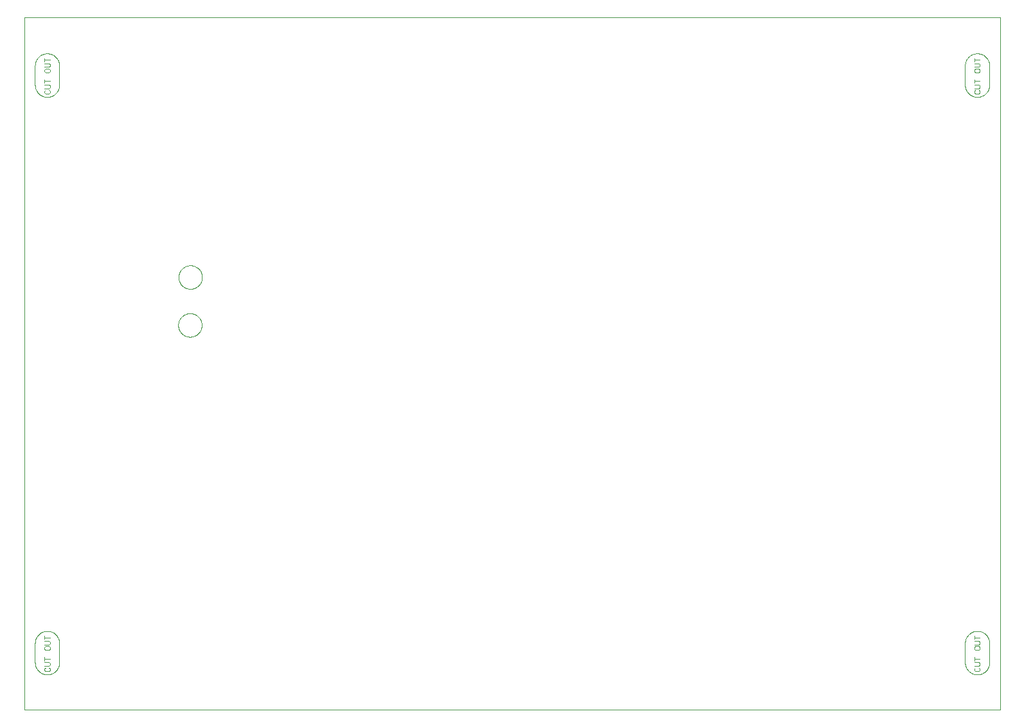
<source format=gtp>
G75*
%MOIN*%
%OFA0B0*%
%FSLAX25Y25*%
%IPPOS*%
%LPD*%
%AMOC8*
5,1,8,0,0,1.08239X$1,22.5*
%
%ADD10C,0.00000*%
%ADD11C,0.00010*%
%ADD12C,0.00200*%
D10*
X0001000Y0001600D02*
X0506906Y0001600D01*
X0506906Y0361049D01*
X0001000Y0361049D01*
X0001000Y0001600D01*
X0080784Y0201195D02*
X0080786Y0201351D01*
X0080792Y0201507D01*
X0080802Y0201662D01*
X0080816Y0201817D01*
X0080834Y0201972D01*
X0080856Y0202126D01*
X0080881Y0202280D01*
X0080911Y0202433D01*
X0080945Y0202585D01*
X0080982Y0202737D01*
X0081023Y0202887D01*
X0081068Y0203036D01*
X0081117Y0203184D01*
X0081170Y0203331D01*
X0081226Y0203476D01*
X0081286Y0203620D01*
X0081350Y0203762D01*
X0081418Y0203903D01*
X0081489Y0204041D01*
X0081563Y0204178D01*
X0081641Y0204313D01*
X0081722Y0204446D01*
X0081807Y0204577D01*
X0081895Y0204706D01*
X0081986Y0204832D01*
X0082081Y0204956D01*
X0082178Y0205077D01*
X0082279Y0205196D01*
X0082383Y0205313D01*
X0082489Y0205426D01*
X0082599Y0205537D01*
X0082711Y0205645D01*
X0082826Y0205750D01*
X0082944Y0205853D01*
X0083064Y0205952D01*
X0083187Y0206048D01*
X0083312Y0206141D01*
X0083439Y0206230D01*
X0083569Y0206317D01*
X0083701Y0206400D01*
X0083835Y0206479D01*
X0083971Y0206556D01*
X0084109Y0206628D01*
X0084248Y0206698D01*
X0084390Y0206763D01*
X0084533Y0206825D01*
X0084677Y0206883D01*
X0084823Y0206938D01*
X0084971Y0206989D01*
X0085119Y0207036D01*
X0085269Y0207079D01*
X0085420Y0207118D01*
X0085572Y0207154D01*
X0085724Y0207185D01*
X0085878Y0207213D01*
X0086032Y0207237D01*
X0086186Y0207257D01*
X0086341Y0207273D01*
X0086497Y0207285D01*
X0086652Y0207293D01*
X0086808Y0207297D01*
X0086964Y0207297D01*
X0087120Y0207293D01*
X0087275Y0207285D01*
X0087431Y0207273D01*
X0087586Y0207257D01*
X0087740Y0207237D01*
X0087894Y0207213D01*
X0088048Y0207185D01*
X0088200Y0207154D01*
X0088352Y0207118D01*
X0088503Y0207079D01*
X0088653Y0207036D01*
X0088801Y0206989D01*
X0088949Y0206938D01*
X0089095Y0206883D01*
X0089239Y0206825D01*
X0089382Y0206763D01*
X0089524Y0206698D01*
X0089663Y0206628D01*
X0089801Y0206556D01*
X0089937Y0206479D01*
X0090071Y0206400D01*
X0090203Y0206317D01*
X0090333Y0206230D01*
X0090460Y0206141D01*
X0090585Y0206048D01*
X0090708Y0205952D01*
X0090828Y0205853D01*
X0090946Y0205750D01*
X0091061Y0205645D01*
X0091173Y0205537D01*
X0091283Y0205426D01*
X0091389Y0205313D01*
X0091493Y0205196D01*
X0091594Y0205077D01*
X0091691Y0204956D01*
X0091786Y0204832D01*
X0091877Y0204706D01*
X0091965Y0204577D01*
X0092050Y0204446D01*
X0092131Y0204313D01*
X0092209Y0204178D01*
X0092283Y0204041D01*
X0092354Y0203903D01*
X0092422Y0203762D01*
X0092486Y0203620D01*
X0092546Y0203476D01*
X0092602Y0203331D01*
X0092655Y0203184D01*
X0092704Y0203036D01*
X0092749Y0202887D01*
X0092790Y0202737D01*
X0092827Y0202585D01*
X0092861Y0202433D01*
X0092891Y0202280D01*
X0092916Y0202126D01*
X0092938Y0201972D01*
X0092956Y0201817D01*
X0092970Y0201662D01*
X0092980Y0201507D01*
X0092986Y0201351D01*
X0092988Y0201195D01*
X0092986Y0201039D01*
X0092980Y0200883D01*
X0092970Y0200728D01*
X0092956Y0200573D01*
X0092938Y0200418D01*
X0092916Y0200264D01*
X0092891Y0200110D01*
X0092861Y0199957D01*
X0092827Y0199805D01*
X0092790Y0199653D01*
X0092749Y0199503D01*
X0092704Y0199354D01*
X0092655Y0199206D01*
X0092602Y0199059D01*
X0092546Y0198914D01*
X0092486Y0198770D01*
X0092422Y0198628D01*
X0092354Y0198487D01*
X0092283Y0198349D01*
X0092209Y0198212D01*
X0092131Y0198077D01*
X0092050Y0197944D01*
X0091965Y0197813D01*
X0091877Y0197684D01*
X0091786Y0197558D01*
X0091691Y0197434D01*
X0091594Y0197313D01*
X0091493Y0197194D01*
X0091389Y0197077D01*
X0091283Y0196964D01*
X0091173Y0196853D01*
X0091061Y0196745D01*
X0090946Y0196640D01*
X0090828Y0196537D01*
X0090708Y0196438D01*
X0090585Y0196342D01*
X0090460Y0196249D01*
X0090333Y0196160D01*
X0090203Y0196073D01*
X0090071Y0195990D01*
X0089937Y0195911D01*
X0089801Y0195834D01*
X0089663Y0195762D01*
X0089524Y0195692D01*
X0089382Y0195627D01*
X0089239Y0195565D01*
X0089095Y0195507D01*
X0088949Y0195452D01*
X0088801Y0195401D01*
X0088653Y0195354D01*
X0088503Y0195311D01*
X0088352Y0195272D01*
X0088200Y0195236D01*
X0088048Y0195205D01*
X0087894Y0195177D01*
X0087740Y0195153D01*
X0087586Y0195133D01*
X0087431Y0195117D01*
X0087275Y0195105D01*
X0087120Y0195097D01*
X0086964Y0195093D01*
X0086808Y0195093D01*
X0086652Y0195097D01*
X0086497Y0195105D01*
X0086341Y0195117D01*
X0086186Y0195133D01*
X0086032Y0195153D01*
X0085878Y0195177D01*
X0085724Y0195205D01*
X0085572Y0195236D01*
X0085420Y0195272D01*
X0085269Y0195311D01*
X0085119Y0195354D01*
X0084971Y0195401D01*
X0084823Y0195452D01*
X0084677Y0195507D01*
X0084533Y0195565D01*
X0084390Y0195627D01*
X0084248Y0195692D01*
X0084109Y0195762D01*
X0083971Y0195834D01*
X0083835Y0195911D01*
X0083701Y0195990D01*
X0083569Y0196073D01*
X0083439Y0196160D01*
X0083312Y0196249D01*
X0083187Y0196342D01*
X0083064Y0196438D01*
X0082944Y0196537D01*
X0082826Y0196640D01*
X0082711Y0196745D01*
X0082599Y0196853D01*
X0082489Y0196964D01*
X0082383Y0197077D01*
X0082279Y0197194D01*
X0082178Y0197313D01*
X0082081Y0197434D01*
X0081986Y0197558D01*
X0081895Y0197684D01*
X0081807Y0197813D01*
X0081722Y0197944D01*
X0081641Y0198077D01*
X0081563Y0198212D01*
X0081489Y0198349D01*
X0081418Y0198487D01*
X0081350Y0198628D01*
X0081286Y0198770D01*
X0081226Y0198914D01*
X0081170Y0199059D01*
X0081117Y0199206D01*
X0081068Y0199354D01*
X0081023Y0199503D01*
X0080982Y0199653D01*
X0080945Y0199805D01*
X0080911Y0199957D01*
X0080881Y0200110D01*
X0080856Y0200264D01*
X0080834Y0200418D01*
X0080816Y0200573D01*
X0080802Y0200728D01*
X0080792Y0200883D01*
X0080786Y0201039D01*
X0080784Y0201195D01*
X0080954Y0226075D02*
X0080956Y0226231D01*
X0080962Y0226387D01*
X0080972Y0226542D01*
X0080986Y0226697D01*
X0081004Y0226852D01*
X0081026Y0227006D01*
X0081051Y0227160D01*
X0081081Y0227313D01*
X0081115Y0227465D01*
X0081152Y0227617D01*
X0081193Y0227767D01*
X0081238Y0227916D01*
X0081287Y0228064D01*
X0081340Y0228211D01*
X0081396Y0228356D01*
X0081456Y0228500D01*
X0081520Y0228642D01*
X0081588Y0228783D01*
X0081659Y0228921D01*
X0081733Y0229058D01*
X0081811Y0229193D01*
X0081892Y0229326D01*
X0081977Y0229457D01*
X0082065Y0229586D01*
X0082156Y0229712D01*
X0082251Y0229836D01*
X0082348Y0229957D01*
X0082449Y0230076D01*
X0082553Y0230193D01*
X0082659Y0230306D01*
X0082769Y0230417D01*
X0082881Y0230525D01*
X0082996Y0230630D01*
X0083114Y0230733D01*
X0083234Y0230832D01*
X0083357Y0230928D01*
X0083482Y0231021D01*
X0083609Y0231110D01*
X0083739Y0231197D01*
X0083871Y0231280D01*
X0084005Y0231359D01*
X0084141Y0231436D01*
X0084279Y0231508D01*
X0084418Y0231578D01*
X0084560Y0231643D01*
X0084703Y0231705D01*
X0084847Y0231763D01*
X0084993Y0231818D01*
X0085141Y0231869D01*
X0085289Y0231916D01*
X0085439Y0231959D01*
X0085590Y0231998D01*
X0085742Y0232034D01*
X0085894Y0232065D01*
X0086048Y0232093D01*
X0086202Y0232117D01*
X0086356Y0232137D01*
X0086511Y0232153D01*
X0086667Y0232165D01*
X0086822Y0232173D01*
X0086978Y0232177D01*
X0087134Y0232177D01*
X0087290Y0232173D01*
X0087445Y0232165D01*
X0087601Y0232153D01*
X0087756Y0232137D01*
X0087910Y0232117D01*
X0088064Y0232093D01*
X0088218Y0232065D01*
X0088370Y0232034D01*
X0088522Y0231998D01*
X0088673Y0231959D01*
X0088823Y0231916D01*
X0088971Y0231869D01*
X0089119Y0231818D01*
X0089265Y0231763D01*
X0089409Y0231705D01*
X0089552Y0231643D01*
X0089694Y0231578D01*
X0089833Y0231508D01*
X0089971Y0231436D01*
X0090107Y0231359D01*
X0090241Y0231280D01*
X0090373Y0231197D01*
X0090503Y0231110D01*
X0090630Y0231021D01*
X0090755Y0230928D01*
X0090878Y0230832D01*
X0090998Y0230733D01*
X0091116Y0230630D01*
X0091231Y0230525D01*
X0091343Y0230417D01*
X0091453Y0230306D01*
X0091559Y0230193D01*
X0091663Y0230076D01*
X0091764Y0229957D01*
X0091861Y0229836D01*
X0091956Y0229712D01*
X0092047Y0229586D01*
X0092135Y0229457D01*
X0092220Y0229326D01*
X0092301Y0229193D01*
X0092379Y0229058D01*
X0092453Y0228921D01*
X0092524Y0228783D01*
X0092592Y0228642D01*
X0092656Y0228500D01*
X0092716Y0228356D01*
X0092772Y0228211D01*
X0092825Y0228064D01*
X0092874Y0227916D01*
X0092919Y0227767D01*
X0092960Y0227617D01*
X0092997Y0227465D01*
X0093031Y0227313D01*
X0093061Y0227160D01*
X0093086Y0227006D01*
X0093108Y0226852D01*
X0093126Y0226697D01*
X0093140Y0226542D01*
X0093150Y0226387D01*
X0093156Y0226231D01*
X0093158Y0226075D01*
X0093156Y0225919D01*
X0093150Y0225763D01*
X0093140Y0225608D01*
X0093126Y0225453D01*
X0093108Y0225298D01*
X0093086Y0225144D01*
X0093061Y0224990D01*
X0093031Y0224837D01*
X0092997Y0224685D01*
X0092960Y0224533D01*
X0092919Y0224383D01*
X0092874Y0224234D01*
X0092825Y0224086D01*
X0092772Y0223939D01*
X0092716Y0223794D01*
X0092656Y0223650D01*
X0092592Y0223508D01*
X0092524Y0223367D01*
X0092453Y0223229D01*
X0092379Y0223092D01*
X0092301Y0222957D01*
X0092220Y0222824D01*
X0092135Y0222693D01*
X0092047Y0222564D01*
X0091956Y0222438D01*
X0091861Y0222314D01*
X0091764Y0222193D01*
X0091663Y0222074D01*
X0091559Y0221957D01*
X0091453Y0221844D01*
X0091343Y0221733D01*
X0091231Y0221625D01*
X0091116Y0221520D01*
X0090998Y0221417D01*
X0090878Y0221318D01*
X0090755Y0221222D01*
X0090630Y0221129D01*
X0090503Y0221040D01*
X0090373Y0220953D01*
X0090241Y0220870D01*
X0090107Y0220791D01*
X0089971Y0220714D01*
X0089833Y0220642D01*
X0089694Y0220572D01*
X0089552Y0220507D01*
X0089409Y0220445D01*
X0089265Y0220387D01*
X0089119Y0220332D01*
X0088971Y0220281D01*
X0088823Y0220234D01*
X0088673Y0220191D01*
X0088522Y0220152D01*
X0088370Y0220116D01*
X0088218Y0220085D01*
X0088064Y0220057D01*
X0087910Y0220033D01*
X0087756Y0220013D01*
X0087601Y0219997D01*
X0087445Y0219985D01*
X0087290Y0219977D01*
X0087134Y0219973D01*
X0086978Y0219973D01*
X0086822Y0219977D01*
X0086667Y0219985D01*
X0086511Y0219997D01*
X0086356Y0220013D01*
X0086202Y0220033D01*
X0086048Y0220057D01*
X0085894Y0220085D01*
X0085742Y0220116D01*
X0085590Y0220152D01*
X0085439Y0220191D01*
X0085289Y0220234D01*
X0085141Y0220281D01*
X0084993Y0220332D01*
X0084847Y0220387D01*
X0084703Y0220445D01*
X0084560Y0220507D01*
X0084418Y0220572D01*
X0084279Y0220642D01*
X0084141Y0220714D01*
X0084005Y0220791D01*
X0083871Y0220870D01*
X0083739Y0220953D01*
X0083609Y0221040D01*
X0083482Y0221129D01*
X0083357Y0221222D01*
X0083234Y0221318D01*
X0083114Y0221417D01*
X0082996Y0221520D01*
X0082881Y0221625D01*
X0082769Y0221733D01*
X0082659Y0221844D01*
X0082553Y0221957D01*
X0082449Y0222074D01*
X0082348Y0222193D01*
X0082251Y0222314D01*
X0082156Y0222438D01*
X0082065Y0222564D01*
X0081977Y0222693D01*
X0081892Y0222824D01*
X0081811Y0222957D01*
X0081733Y0223092D01*
X0081659Y0223229D01*
X0081588Y0223367D01*
X0081520Y0223508D01*
X0081456Y0223650D01*
X0081396Y0223794D01*
X0081340Y0223939D01*
X0081287Y0224086D01*
X0081238Y0224234D01*
X0081193Y0224383D01*
X0081152Y0224533D01*
X0081115Y0224685D01*
X0081081Y0224837D01*
X0081051Y0224990D01*
X0081026Y0225144D01*
X0081004Y0225298D01*
X0080986Y0225453D01*
X0080972Y0225608D01*
X0080962Y0225763D01*
X0080956Y0225919D01*
X0080954Y0226075D01*
D11*
X0019110Y0325891D02*
X0019110Y0335891D01*
X0019108Y0336049D01*
X0019102Y0336207D01*
X0019092Y0336365D01*
X0019078Y0336523D01*
X0019060Y0336680D01*
X0019039Y0336837D01*
X0019013Y0336993D01*
X0018983Y0337149D01*
X0018950Y0337304D01*
X0018912Y0337457D01*
X0018871Y0337610D01*
X0018826Y0337762D01*
X0018777Y0337913D01*
X0018724Y0338062D01*
X0018668Y0338210D01*
X0018608Y0338356D01*
X0018544Y0338501D01*
X0018476Y0338644D01*
X0018405Y0338786D01*
X0018331Y0338926D01*
X0018253Y0339063D01*
X0018171Y0339199D01*
X0018087Y0339333D01*
X0017998Y0339464D01*
X0017907Y0339593D01*
X0017812Y0339720D01*
X0017715Y0339845D01*
X0017614Y0339967D01*
X0017510Y0340086D01*
X0017403Y0340203D01*
X0017293Y0340317D01*
X0017180Y0340428D01*
X0017065Y0340537D01*
X0016947Y0340642D01*
X0016826Y0340744D01*
X0016703Y0340844D01*
X0016577Y0340940D01*
X0016449Y0341033D01*
X0016319Y0341123D01*
X0016186Y0341209D01*
X0016051Y0341293D01*
X0015915Y0341372D01*
X0015776Y0341449D01*
X0015635Y0341521D01*
X0015493Y0341591D01*
X0015349Y0341656D01*
X0015203Y0341718D01*
X0015056Y0341776D01*
X0014907Y0341831D01*
X0014757Y0341882D01*
X0014606Y0341929D01*
X0014454Y0341972D01*
X0014301Y0342011D01*
X0014146Y0342047D01*
X0013991Y0342078D01*
X0013835Y0342106D01*
X0013679Y0342130D01*
X0013522Y0342150D01*
X0013364Y0342166D01*
X0013207Y0342178D01*
X0013048Y0342186D01*
X0012890Y0342190D01*
X0012732Y0342190D01*
X0012574Y0342186D01*
X0012415Y0342178D01*
X0012258Y0342166D01*
X0012100Y0342150D01*
X0011943Y0342130D01*
X0011787Y0342106D01*
X0011631Y0342078D01*
X0011476Y0342047D01*
X0011321Y0342011D01*
X0011168Y0341972D01*
X0011016Y0341929D01*
X0010865Y0341882D01*
X0010715Y0341831D01*
X0010566Y0341776D01*
X0010419Y0341718D01*
X0010273Y0341656D01*
X0010129Y0341591D01*
X0009987Y0341521D01*
X0009846Y0341449D01*
X0009707Y0341372D01*
X0009571Y0341293D01*
X0009436Y0341209D01*
X0009303Y0341123D01*
X0009173Y0341033D01*
X0009045Y0340940D01*
X0008919Y0340844D01*
X0008796Y0340744D01*
X0008675Y0340642D01*
X0008557Y0340537D01*
X0008442Y0340428D01*
X0008329Y0340317D01*
X0008219Y0340203D01*
X0008112Y0340086D01*
X0008008Y0339967D01*
X0007907Y0339845D01*
X0007810Y0339720D01*
X0007715Y0339593D01*
X0007624Y0339464D01*
X0007535Y0339333D01*
X0007451Y0339199D01*
X0007369Y0339063D01*
X0007291Y0338926D01*
X0007217Y0338786D01*
X0007146Y0338644D01*
X0007078Y0338501D01*
X0007014Y0338356D01*
X0006954Y0338210D01*
X0006898Y0338062D01*
X0006845Y0337913D01*
X0006796Y0337762D01*
X0006751Y0337610D01*
X0006710Y0337457D01*
X0006672Y0337304D01*
X0006639Y0337149D01*
X0006609Y0336993D01*
X0006583Y0336837D01*
X0006562Y0336680D01*
X0006544Y0336523D01*
X0006530Y0336365D01*
X0006520Y0336207D01*
X0006514Y0336049D01*
X0006512Y0335891D01*
X0006512Y0325891D01*
X0006514Y0325733D01*
X0006520Y0325575D01*
X0006530Y0325417D01*
X0006544Y0325259D01*
X0006562Y0325102D01*
X0006583Y0324945D01*
X0006609Y0324789D01*
X0006639Y0324633D01*
X0006672Y0324478D01*
X0006710Y0324325D01*
X0006751Y0324172D01*
X0006796Y0324020D01*
X0006845Y0323869D01*
X0006898Y0323720D01*
X0006954Y0323572D01*
X0007014Y0323426D01*
X0007078Y0323281D01*
X0007146Y0323138D01*
X0007217Y0322996D01*
X0007291Y0322856D01*
X0007369Y0322719D01*
X0007451Y0322583D01*
X0007535Y0322449D01*
X0007624Y0322318D01*
X0007715Y0322189D01*
X0007810Y0322062D01*
X0007907Y0321937D01*
X0008008Y0321815D01*
X0008112Y0321696D01*
X0008219Y0321579D01*
X0008329Y0321465D01*
X0008442Y0321354D01*
X0008557Y0321245D01*
X0008675Y0321140D01*
X0008796Y0321038D01*
X0008919Y0320938D01*
X0009045Y0320842D01*
X0009173Y0320749D01*
X0009303Y0320659D01*
X0009436Y0320573D01*
X0009571Y0320489D01*
X0009707Y0320410D01*
X0009846Y0320333D01*
X0009987Y0320261D01*
X0010129Y0320191D01*
X0010273Y0320126D01*
X0010419Y0320064D01*
X0010566Y0320006D01*
X0010715Y0319951D01*
X0010865Y0319900D01*
X0011016Y0319853D01*
X0011168Y0319810D01*
X0011321Y0319771D01*
X0011476Y0319735D01*
X0011631Y0319704D01*
X0011787Y0319676D01*
X0011943Y0319652D01*
X0012100Y0319632D01*
X0012258Y0319616D01*
X0012415Y0319604D01*
X0012574Y0319596D01*
X0012732Y0319592D01*
X0012890Y0319592D01*
X0013048Y0319596D01*
X0013207Y0319604D01*
X0013364Y0319616D01*
X0013522Y0319632D01*
X0013679Y0319652D01*
X0013835Y0319676D01*
X0013991Y0319704D01*
X0014146Y0319735D01*
X0014301Y0319771D01*
X0014454Y0319810D01*
X0014606Y0319853D01*
X0014757Y0319900D01*
X0014907Y0319951D01*
X0015056Y0320006D01*
X0015203Y0320064D01*
X0015349Y0320126D01*
X0015493Y0320191D01*
X0015635Y0320261D01*
X0015776Y0320333D01*
X0015915Y0320410D01*
X0016051Y0320489D01*
X0016186Y0320573D01*
X0016319Y0320659D01*
X0016449Y0320749D01*
X0016577Y0320842D01*
X0016703Y0320938D01*
X0016826Y0321038D01*
X0016947Y0321140D01*
X0017065Y0321245D01*
X0017180Y0321354D01*
X0017293Y0321465D01*
X0017403Y0321579D01*
X0017510Y0321696D01*
X0017614Y0321815D01*
X0017715Y0321937D01*
X0017812Y0322062D01*
X0017907Y0322189D01*
X0017998Y0322318D01*
X0018087Y0322449D01*
X0018171Y0322583D01*
X0018253Y0322719D01*
X0018331Y0322856D01*
X0018405Y0322996D01*
X0018476Y0323138D01*
X0018544Y0323281D01*
X0018608Y0323426D01*
X0018668Y0323572D01*
X0018724Y0323720D01*
X0018777Y0323869D01*
X0018826Y0324020D01*
X0018871Y0324172D01*
X0018912Y0324325D01*
X0018950Y0324478D01*
X0018983Y0324633D01*
X0019013Y0324789D01*
X0019039Y0324945D01*
X0019060Y0325102D01*
X0019078Y0325259D01*
X0019092Y0325417D01*
X0019102Y0325575D01*
X0019108Y0325733D01*
X0019110Y0325891D01*
X0019110Y0036128D02*
X0019110Y0026128D01*
X0019108Y0025970D01*
X0019102Y0025812D01*
X0019092Y0025654D01*
X0019078Y0025496D01*
X0019060Y0025339D01*
X0019039Y0025182D01*
X0019013Y0025026D01*
X0018983Y0024870D01*
X0018950Y0024715D01*
X0018912Y0024562D01*
X0018871Y0024409D01*
X0018826Y0024257D01*
X0018777Y0024106D01*
X0018724Y0023957D01*
X0018668Y0023809D01*
X0018608Y0023663D01*
X0018544Y0023518D01*
X0018476Y0023375D01*
X0018405Y0023233D01*
X0018331Y0023093D01*
X0018253Y0022956D01*
X0018171Y0022820D01*
X0018087Y0022686D01*
X0017998Y0022555D01*
X0017907Y0022426D01*
X0017812Y0022299D01*
X0017715Y0022174D01*
X0017614Y0022052D01*
X0017510Y0021933D01*
X0017403Y0021816D01*
X0017293Y0021702D01*
X0017180Y0021591D01*
X0017065Y0021482D01*
X0016947Y0021377D01*
X0016826Y0021275D01*
X0016703Y0021175D01*
X0016577Y0021079D01*
X0016449Y0020986D01*
X0016319Y0020896D01*
X0016186Y0020810D01*
X0016051Y0020726D01*
X0015915Y0020647D01*
X0015776Y0020570D01*
X0015635Y0020498D01*
X0015493Y0020428D01*
X0015349Y0020363D01*
X0015203Y0020301D01*
X0015056Y0020243D01*
X0014907Y0020188D01*
X0014757Y0020137D01*
X0014606Y0020090D01*
X0014454Y0020047D01*
X0014301Y0020008D01*
X0014146Y0019972D01*
X0013991Y0019941D01*
X0013835Y0019913D01*
X0013679Y0019889D01*
X0013522Y0019869D01*
X0013364Y0019853D01*
X0013207Y0019841D01*
X0013048Y0019833D01*
X0012890Y0019829D01*
X0012732Y0019829D01*
X0012574Y0019833D01*
X0012415Y0019841D01*
X0012258Y0019853D01*
X0012100Y0019869D01*
X0011943Y0019889D01*
X0011787Y0019913D01*
X0011631Y0019941D01*
X0011476Y0019972D01*
X0011321Y0020008D01*
X0011168Y0020047D01*
X0011016Y0020090D01*
X0010865Y0020137D01*
X0010715Y0020188D01*
X0010566Y0020243D01*
X0010419Y0020301D01*
X0010273Y0020363D01*
X0010129Y0020428D01*
X0009987Y0020498D01*
X0009846Y0020570D01*
X0009707Y0020647D01*
X0009571Y0020726D01*
X0009436Y0020810D01*
X0009303Y0020896D01*
X0009173Y0020986D01*
X0009045Y0021079D01*
X0008919Y0021175D01*
X0008796Y0021275D01*
X0008675Y0021377D01*
X0008557Y0021482D01*
X0008442Y0021591D01*
X0008329Y0021702D01*
X0008219Y0021816D01*
X0008112Y0021933D01*
X0008008Y0022052D01*
X0007907Y0022174D01*
X0007810Y0022299D01*
X0007715Y0022426D01*
X0007624Y0022555D01*
X0007535Y0022686D01*
X0007451Y0022820D01*
X0007369Y0022956D01*
X0007291Y0023093D01*
X0007217Y0023233D01*
X0007146Y0023375D01*
X0007078Y0023518D01*
X0007014Y0023663D01*
X0006954Y0023809D01*
X0006898Y0023957D01*
X0006845Y0024106D01*
X0006796Y0024257D01*
X0006751Y0024409D01*
X0006710Y0024562D01*
X0006672Y0024715D01*
X0006639Y0024870D01*
X0006609Y0025026D01*
X0006583Y0025182D01*
X0006562Y0025339D01*
X0006544Y0025496D01*
X0006530Y0025654D01*
X0006520Y0025812D01*
X0006514Y0025970D01*
X0006512Y0026128D01*
X0006512Y0036128D01*
X0006514Y0036286D01*
X0006520Y0036444D01*
X0006530Y0036602D01*
X0006544Y0036760D01*
X0006562Y0036917D01*
X0006583Y0037074D01*
X0006609Y0037230D01*
X0006639Y0037386D01*
X0006672Y0037541D01*
X0006710Y0037694D01*
X0006751Y0037847D01*
X0006796Y0037999D01*
X0006845Y0038150D01*
X0006898Y0038299D01*
X0006954Y0038447D01*
X0007014Y0038593D01*
X0007078Y0038738D01*
X0007146Y0038881D01*
X0007217Y0039023D01*
X0007291Y0039163D01*
X0007369Y0039300D01*
X0007451Y0039436D01*
X0007535Y0039570D01*
X0007624Y0039701D01*
X0007715Y0039830D01*
X0007810Y0039957D01*
X0007907Y0040082D01*
X0008008Y0040204D01*
X0008112Y0040323D01*
X0008219Y0040440D01*
X0008329Y0040554D01*
X0008442Y0040665D01*
X0008557Y0040774D01*
X0008675Y0040879D01*
X0008796Y0040981D01*
X0008919Y0041081D01*
X0009045Y0041177D01*
X0009173Y0041270D01*
X0009303Y0041360D01*
X0009436Y0041446D01*
X0009571Y0041530D01*
X0009707Y0041609D01*
X0009846Y0041686D01*
X0009987Y0041758D01*
X0010129Y0041828D01*
X0010273Y0041893D01*
X0010419Y0041955D01*
X0010566Y0042013D01*
X0010715Y0042068D01*
X0010865Y0042119D01*
X0011016Y0042166D01*
X0011168Y0042209D01*
X0011321Y0042248D01*
X0011476Y0042284D01*
X0011631Y0042315D01*
X0011787Y0042343D01*
X0011943Y0042367D01*
X0012100Y0042387D01*
X0012258Y0042403D01*
X0012415Y0042415D01*
X0012574Y0042423D01*
X0012732Y0042427D01*
X0012890Y0042427D01*
X0013048Y0042423D01*
X0013207Y0042415D01*
X0013364Y0042403D01*
X0013522Y0042387D01*
X0013679Y0042367D01*
X0013835Y0042343D01*
X0013991Y0042315D01*
X0014146Y0042284D01*
X0014301Y0042248D01*
X0014454Y0042209D01*
X0014606Y0042166D01*
X0014757Y0042119D01*
X0014907Y0042068D01*
X0015056Y0042013D01*
X0015203Y0041955D01*
X0015349Y0041893D01*
X0015493Y0041828D01*
X0015635Y0041758D01*
X0015776Y0041686D01*
X0015915Y0041609D01*
X0016051Y0041530D01*
X0016186Y0041446D01*
X0016319Y0041360D01*
X0016449Y0041270D01*
X0016577Y0041177D01*
X0016703Y0041081D01*
X0016826Y0040981D01*
X0016947Y0040879D01*
X0017065Y0040774D01*
X0017180Y0040665D01*
X0017293Y0040554D01*
X0017403Y0040440D01*
X0017510Y0040323D01*
X0017614Y0040204D01*
X0017715Y0040082D01*
X0017812Y0039957D01*
X0017907Y0039830D01*
X0017998Y0039701D01*
X0018087Y0039570D01*
X0018171Y0039436D01*
X0018253Y0039300D01*
X0018331Y0039163D01*
X0018405Y0039023D01*
X0018476Y0038881D01*
X0018544Y0038738D01*
X0018608Y0038593D01*
X0018668Y0038447D01*
X0018724Y0038299D01*
X0018777Y0038150D01*
X0018826Y0037999D01*
X0018871Y0037847D01*
X0018912Y0037694D01*
X0018950Y0037541D01*
X0018983Y0037386D01*
X0019013Y0037230D01*
X0019039Y0037074D01*
X0019060Y0036917D01*
X0019078Y0036760D01*
X0019092Y0036602D01*
X0019102Y0036444D01*
X0019108Y0036286D01*
X0019110Y0036128D01*
X0488795Y0036128D02*
X0488795Y0026128D01*
X0488797Y0025970D01*
X0488803Y0025812D01*
X0488813Y0025654D01*
X0488827Y0025496D01*
X0488845Y0025339D01*
X0488866Y0025182D01*
X0488892Y0025026D01*
X0488922Y0024870D01*
X0488955Y0024715D01*
X0488993Y0024562D01*
X0489034Y0024409D01*
X0489079Y0024257D01*
X0489128Y0024106D01*
X0489181Y0023957D01*
X0489237Y0023809D01*
X0489297Y0023663D01*
X0489361Y0023518D01*
X0489429Y0023375D01*
X0489500Y0023233D01*
X0489574Y0023093D01*
X0489652Y0022956D01*
X0489734Y0022820D01*
X0489818Y0022686D01*
X0489907Y0022555D01*
X0489998Y0022426D01*
X0490093Y0022299D01*
X0490190Y0022174D01*
X0490291Y0022052D01*
X0490395Y0021933D01*
X0490502Y0021816D01*
X0490612Y0021702D01*
X0490725Y0021591D01*
X0490840Y0021482D01*
X0490958Y0021377D01*
X0491079Y0021275D01*
X0491202Y0021175D01*
X0491328Y0021079D01*
X0491456Y0020986D01*
X0491586Y0020896D01*
X0491719Y0020810D01*
X0491854Y0020726D01*
X0491990Y0020647D01*
X0492129Y0020570D01*
X0492270Y0020498D01*
X0492412Y0020428D01*
X0492556Y0020363D01*
X0492702Y0020301D01*
X0492849Y0020243D01*
X0492998Y0020188D01*
X0493148Y0020137D01*
X0493299Y0020090D01*
X0493451Y0020047D01*
X0493604Y0020008D01*
X0493759Y0019972D01*
X0493914Y0019941D01*
X0494070Y0019913D01*
X0494226Y0019889D01*
X0494383Y0019869D01*
X0494541Y0019853D01*
X0494698Y0019841D01*
X0494857Y0019833D01*
X0495015Y0019829D01*
X0495173Y0019829D01*
X0495331Y0019833D01*
X0495490Y0019841D01*
X0495647Y0019853D01*
X0495805Y0019869D01*
X0495962Y0019889D01*
X0496118Y0019913D01*
X0496274Y0019941D01*
X0496429Y0019972D01*
X0496584Y0020008D01*
X0496737Y0020047D01*
X0496889Y0020090D01*
X0497040Y0020137D01*
X0497190Y0020188D01*
X0497339Y0020243D01*
X0497486Y0020301D01*
X0497632Y0020363D01*
X0497776Y0020428D01*
X0497918Y0020498D01*
X0498059Y0020570D01*
X0498198Y0020647D01*
X0498334Y0020726D01*
X0498469Y0020810D01*
X0498602Y0020896D01*
X0498732Y0020986D01*
X0498860Y0021079D01*
X0498986Y0021175D01*
X0499109Y0021275D01*
X0499230Y0021377D01*
X0499348Y0021482D01*
X0499463Y0021591D01*
X0499576Y0021702D01*
X0499686Y0021816D01*
X0499793Y0021933D01*
X0499897Y0022052D01*
X0499998Y0022174D01*
X0500095Y0022299D01*
X0500190Y0022426D01*
X0500281Y0022555D01*
X0500370Y0022686D01*
X0500454Y0022820D01*
X0500536Y0022956D01*
X0500614Y0023093D01*
X0500688Y0023233D01*
X0500759Y0023375D01*
X0500827Y0023518D01*
X0500891Y0023663D01*
X0500951Y0023809D01*
X0501007Y0023957D01*
X0501060Y0024106D01*
X0501109Y0024257D01*
X0501154Y0024409D01*
X0501195Y0024562D01*
X0501233Y0024715D01*
X0501266Y0024870D01*
X0501296Y0025026D01*
X0501322Y0025182D01*
X0501343Y0025339D01*
X0501361Y0025496D01*
X0501375Y0025654D01*
X0501385Y0025812D01*
X0501391Y0025970D01*
X0501393Y0026128D01*
X0501394Y0026128D02*
X0501394Y0036128D01*
X0501393Y0036128D02*
X0501391Y0036286D01*
X0501385Y0036444D01*
X0501375Y0036602D01*
X0501361Y0036760D01*
X0501343Y0036917D01*
X0501322Y0037074D01*
X0501296Y0037230D01*
X0501266Y0037386D01*
X0501233Y0037541D01*
X0501195Y0037694D01*
X0501154Y0037847D01*
X0501109Y0037999D01*
X0501060Y0038150D01*
X0501007Y0038299D01*
X0500951Y0038447D01*
X0500891Y0038593D01*
X0500827Y0038738D01*
X0500759Y0038881D01*
X0500688Y0039023D01*
X0500614Y0039163D01*
X0500536Y0039300D01*
X0500454Y0039436D01*
X0500370Y0039570D01*
X0500281Y0039701D01*
X0500190Y0039830D01*
X0500095Y0039957D01*
X0499998Y0040082D01*
X0499897Y0040204D01*
X0499793Y0040323D01*
X0499686Y0040440D01*
X0499576Y0040554D01*
X0499463Y0040665D01*
X0499348Y0040774D01*
X0499230Y0040879D01*
X0499109Y0040981D01*
X0498986Y0041081D01*
X0498860Y0041177D01*
X0498732Y0041270D01*
X0498602Y0041360D01*
X0498469Y0041446D01*
X0498334Y0041530D01*
X0498198Y0041609D01*
X0498059Y0041686D01*
X0497918Y0041758D01*
X0497776Y0041828D01*
X0497632Y0041893D01*
X0497486Y0041955D01*
X0497339Y0042013D01*
X0497190Y0042068D01*
X0497040Y0042119D01*
X0496889Y0042166D01*
X0496737Y0042209D01*
X0496584Y0042248D01*
X0496429Y0042284D01*
X0496274Y0042315D01*
X0496118Y0042343D01*
X0495962Y0042367D01*
X0495805Y0042387D01*
X0495647Y0042403D01*
X0495490Y0042415D01*
X0495331Y0042423D01*
X0495173Y0042427D01*
X0495015Y0042427D01*
X0494857Y0042423D01*
X0494698Y0042415D01*
X0494541Y0042403D01*
X0494383Y0042387D01*
X0494226Y0042367D01*
X0494070Y0042343D01*
X0493914Y0042315D01*
X0493759Y0042284D01*
X0493604Y0042248D01*
X0493451Y0042209D01*
X0493299Y0042166D01*
X0493148Y0042119D01*
X0492998Y0042068D01*
X0492849Y0042013D01*
X0492702Y0041955D01*
X0492556Y0041893D01*
X0492412Y0041828D01*
X0492270Y0041758D01*
X0492129Y0041686D01*
X0491990Y0041609D01*
X0491854Y0041530D01*
X0491719Y0041446D01*
X0491586Y0041360D01*
X0491456Y0041270D01*
X0491328Y0041177D01*
X0491202Y0041081D01*
X0491079Y0040981D01*
X0490958Y0040879D01*
X0490840Y0040774D01*
X0490725Y0040665D01*
X0490612Y0040554D01*
X0490502Y0040440D01*
X0490395Y0040323D01*
X0490291Y0040204D01*
X0490190Y0040082D01*
X0490093Y0039957D01*
X0489998Y0039830D01*
X0489907Y0039701D01*
X0489818Y0039570D01*
X0489734Y0039436D01*
X0489652Y0039300D01*
X0489574Y0039163D01*
X0489500Y0039023D01*
X0489429Y0038881D01*
X0489361Y0038738D01*
X0489297Y0038593D01*
X0489237Y0038447D01*
X0489181Y0038299D01*
X0489128Y0038150D01*
X0489079Y0037999D01*
X0489034Y0037847D01*
X0488993Y0037694D01*
X0488955Y0037541D01*
X0488922Y0037386D01*
X0488892Y0037230D01*
X0488866Y0037074D01*
X0488845Y0036917D01*
X0488827Y0036760D01*
X0488813Y0036602D01*
X0488803Y0036444D01*
X0488797Y0036286D01*
X0488795Y0036128D01*
X0488795Y0325891D02*
X0488795Y0335891D01*
X0488797Y0336049D01*
X0488803Y0336207D01*
X0488813Y0336365D01*
X0488827Y0336523D01*
X0488845Y0336680D01*
X0488866Y0336837D01*
X0488892Y0336993D01*
X0488922Y0337149D01*
X0488955Y0337304D01*
X0488993Y0337457D01*
X0489034Y0337610D01*
X0489079Y0337762D01*
X0489128Y0337913D01*
X0489181Y0338062D01*
X0489237Y0338210D01*
X0489297Y0338356D01*
X0489361Y0338501D01*
X0489429Y0338644D01*
X0489500Y0338786D01*
X0489574Y0338926D01*
X0489652Y0339063D01*
X0489734Y0339199D01*
X0489818Y0339333D01*
X0489907Y0339464D01*
X0489998Y0339593D01*
X0490093Y0339720D01*
X0490190Y0339845D01*
X0490291Y0339967D01*
X0490395Y0340086D01*
X0490502Y0340203D01*
X0490612Y0340317D01*
X0490725Y0340428D01*
X0490840Y0340537D01*
X0490958Y0340642D01*
X0491079Y0340744D01*
X0491202Y0340844D01*
X0491328Y0340940D01*
X0491456Y0341033D01*
X0491586Y0341123D01*
X0491719Y0341209D01*
X0491854Y0341293D01*
X0491990Y0341372D01*
X0492129Y0341449D01*
X0492270Y0341521D01*
X0492412Y0341591D01*
X0492556Y0341656D01*
X0492702Y0341718D01*
X0492849Y0341776D01*
X0492998Y0341831D01*
X0493148Y0341882D01*
X0493299Y0341929D01*
X0493451Y0341972D01*
X0493604Y0342011D01*
X0493759Y0342047D01*
X0493914Y0342078D01*
X0494070Y0342106D01*
X0494226Y0342130D01*
X0494383Y0342150D01*
X0494541Y0342166D01*
X0494698Y0342178D01*
X0494857Y0342186D01*
X0495015Y0342190D01*
X0495173Y0342190D01*
X0495331Y0342186D01*
X0495490Y0342178D01*
X0495647Y0342166D01*
X0495805Y0342150D01*
X0495962Y0342130D01*
X0496118Y0342106D01*
X0496274Y0342078D01*
X0496429Y0342047D01*
X0496584Y0342011D01*
X0496737Y0341972D01*
X0496889Y0341929D01*
X0497040Y0341882D01*
X0497190Y0341831D01*
X0497339Y0341776D01*
X0497486Y0341718D01*
X0497632Y0341656D01*
X0497776Y0341591D01*
X0497918Y0341521D01*
X0498059Y0341449D01*
X0498198Y0341372D01*
X0498334Y0341293D01*
X0498469Y0341209D01*
X0498602Y0341123D01*
X0498732Y0341033D01*
X0498860Y0340940D01*
X0498986Y0340844D01*
X0499109Y0340744D01*
X0499230Y0340642D01*
X0499348Y0340537D01*
X0499463Y0340428D01*
X0499576Y0340317D01*
X0499686Y0340203D01*
X0499793Y0340086D01*
X0499897Y0339967D01*
X0499998Y0339845D01*
X0500095Y0339720D01*
X0500190Y0339593D01*
X0500281Y0339464D01*
X0500370Y0339333D01*
X0500454Y0339199D01*
X0500536Y0339063D01*
X0500614Y0338926D01*
X0500688Y0338786D01*
X0500759Y0338644D01*
X0500827Y0338501D01*
X0500891Y0338356D01*
X0500951Y0338210D01*
X0501007Y0338062D01*
X0501060Y0337913D01*
X0501109Y0337762D01*
X0501154Y0337610D01*
X0501195Y0337457D01*
X0501233Y0337304D01*
X0501266Y0337149D01*
X0501296Y0336993D01*
X0501322Y0336837D01*
X0501343Y0336680D01*
X0501361Y0336523D01*
X0501375Y0336365D01*
X0501385Y0336207D01*
X0501391Y0336049D01*
X0501393Y0335891D01*
X0501394Y0335891D02*
X0501394Y0325891D01*
X0501393Y0325891D02*
X0501391Y0325733D01*
X0501385Y0325575D01*
X0501375Y0325417D01*
X0501361Y0325259D01*
X0501343Y0325102D01*
X0501322Y0324945D01*
X0501296Y0324789D01*
X0501266Y0324633D01*
X0501233Y0324478D01*
X0501195Y0324325D01*
X0501154Y0324172D01*
X0501109Y0324020D01*
X0501060Y0323869D01*
X0501007Y0323720D01*
X0500951Y0323572D01*
X0500891Y0323426D01*
X0500827Y0323281D01*
X0500759Y0323138D01*
X0500688Y0322996D01*
X0500614Y0322856D01*
X0500536Y0322719D01*
X0500454Y0322583D01*
X0500370Y0322449D01*
X0500281Y0322318D01*
X0500190Y0322189D01*
X0500095Y0322062D01*
X0499998Y0321937D01*
X0499897Y0321815D01*
X0499793Y0321696D01*
X0499686Y0321579D01*
X0499576Y0321465D01*
X0499463Y0321354D01*
X0499348Y0321245D01*
X0499230Y0321140D01*
X0499109Y0321038D01*
X0498986Y0320938D01*
X0498860Y0320842D01*
X0498732Y0320749D01*
X0498602Y0320659D01*
X0498469Y0320573D01*
X0498334Y0320489D01*
X0498198Y0320410D01*
X0498059Y0320333D01*
X0497918Y0320261D01*
X0497776Y0320191D01*
X0497632Y0320126D01*
X0497486Y0320064D01*
X0497339Y0320006D01*
X0497190Y0319951D01*
X0497040Y0319900D01*
X0496889Y0319853D01*
X0496737Y0319810D01*
X0496584Y0319771D01*
X0496429Y0319735D01*
X0496274Y0319704D01*
X0496118Y0319676D01*
X0495962Y0319652D01*
X0495805Y0319632D01*
X0495647Y0319616D01*
X0495490Y0319604D01*
X0495331Y0319596D01*
X0495173Y0319592D01*
X0495015Y0319592D01*
X0494857Y0319596D01*
X0494698Y0319604D01*
X0494541Y0319616D01*
X0494383Y0319632D01*
X0494226Y0319652D01*
X0494070Y0319676D01*
X0493914Y0319704D01*
X0493759Y0319735D01*
X0493604Y0319771D01*
X0493451Y0319810D01*
X0493299Y0319853D01*
X0493148Y0319900D01*
X0492998Y0319951D01*
X0492849Y0320006D01*
X0492702Y0320064D01*
X0492556Y0320126D01*
X0492412Y0320191D01*
X0492270Y0320261D01*
X0492129Y0320333D01*
X0491990Y0320410D01*
X0491854Y0320489D01*
X0491719Y0320573D01*
X0491586Y0320659D01*
X0491456Y0320749D01*
X0491328Y0320842D01*
X0491202Y0320938D01*
X0491079Y0321038D01*
X0490958Y0321140D01*
X0490840Y0321245D01*
X0490725Y0321354D01*
X0490612Y0321465D01*
X0490502Y0321579D01*
X0490395Y0321696D01*
X0490291Y0321815D01*
X0490190Y0321937D01*
X0490093Y0322062D01*
X0489998Y0322189D01*
X0489907Y0322318D01*
X0489818Y0322449D01*
X0489734Y0322583D01*
X0489652Y0322719D01*
X0489574Y0322856D01*
X0489500Y0322996D01*
X0489429Y0323138D01*
X0489361Y0323281D01*
X0489297Y0323426D01*
X0489237Y0323572D01*
X0489181Y0323720D01*
X0489128Y0323869D01*
X0489079Y0324020D01*
X0489034Y0324172D01*
X0488993Y0324325D01*
X0488955Y0324478D01*
X0488922Y0324633D01*
X0488892Y0324789D01*
X0488866Y0324945D01*
X0488845Y0325102D01*
X0488827Y0325259D01*
X0488813Y0325417D01*
X0488803Y0325575D01*
X0488797Y0325733D01*
X0488795Y0325891D01*
D12*
X0493692Y0325954D02*
X0496027Y0325954D01*
X0496494Y0325487D01*
X0496494Y0324552D01*
X0496027Y0324085D01*
X0493692Y0324085D01*
X0494159Y0323191D02*
X0493692Y0322724D01*
X0493692Y0321790D01*
X0494159Y0321323D01*
X0496027Y0321323D01*
X0496494Y0321790D01*
X0496494Y0322724D01*
X0496027Y0323191D01*
X0493692Y0326848D02*
X0493692Y0328716D01*
X0493692Y0327782D02*
X0496494Y0327782D01*
X0496027Y0332372D02*
X0496494Y0332840D01*
X0496494Y0333774D01*
X0496027Y0334241D01*
X0494159Y0334241D01*
X0493692Y0333774D01*
X0493692Y0332840D01*
X0494159Y0332372D01*
X0496027Y0332372D01*
X0496027Y0335135D02*
X0496494Y0335602D01*
X0496494Y0336536D01*
X0496027Y0337003D01*
X0493692Y0337003D01*
X0493692Y0337897D02*
X0493692Y0339765D01*
X0493692Y0338831D02*
X0496494Y0338831D01*
X0496027Y0335135D02*
X0493692Y0335135D01*
X0493692Y0040002D02*
X0493692Y0038133D01*
X0493692Y0037239D02*
X0496027Y0037239D01*
X0496494Y0036772D01*
X0496494Y0035838D01*
X0496027Y0035371D01*
X0493692Y0035371D01*
X0494159Y0034477D02*
X0493692Y0034010D01*
X0493692Y0033076D01*
X0494159Y0032609D01*
X0496027Y0032609D01*
X0496494Y0033076D01*
X0496494Y0034010D01*
X0496027Y0034477D01*
X0494159Y0034477D01*
X0493692Y0039068D02*
X0496494Y0039068D01*
X0493692Y0028952D02*
X0493692Y0027084D01*
X0493692Y0026190D02*
X0496027Y0026190D01*
X0496494Y0025723D01*
X0496494Y0024789D01*
X0496027Y0024322D01*
X0493692Y0024322D01*
X0494159Y0023428D02*
X0493692Y0022960D01*
X0493692Y0022026D01*
X0494159Y0021559D01*
X0496027Y0021559D01*
X0496494Y0022026D01*
X0496494Y0022960D01*
X0496027Y0023428D01*
X0496494Y0028018D02*
X0493692Y0028018D01*
X0014211Y0028018D02*
X0011409Y0028018D01*
X0011409Y0027084D02*
X0011409Y0028952D01*
X0011409Y0026190D02*
X0013744Y0026190D01*
X0014211Y0025723D01*
X0014211Y0024789D01*
X0013744Y0024322D01*
X0011409Y0024322D01*
X0011876Y0023428D02*
X0011409Y0022960D01*
X0011409Y0022026D01*
X0011876Y0021559D01*
X0013744Y0021559D01*
X0014211Y0022026D01*
X0014211Y0022960D01*
X0013744Y0023428D01*
X0013744Y0032609D02*
X0014211Y0033076D01*
X0014211Y0034010D01*
X0013744Y0034477D01*
X0011876Y0034477D01*
X0011409Y0034010D01*
X0011409Y0033076D01*
X0011876Y0032609D01*
X0013744Y0032609D01*
X0013744Y0035371D02*
X0014211Y0035838D01*
X0014211Y0036772D01*
X0013744Y0037239D01*
X0011409Y0037239D01*
X0011409Y0038133D02*
X0011409Y0040002D01*
X0011409Y0039068D02*
X0014211Y0039068D01*
X0013744Y0035371D02*
X0011409Y0035371D01*
X0011876Y0321323D02*
X0013744Y0321323D01*
X0014211Y0321790D01*
X0014211Y0322724D01*
X0013744Y0323191D01*
X0013744Y0324085D02*
X0014211Y0324552D01*
X0014211Y0325487D01*
X0013744Y0325954D01*
X0011409Y0325954D01*
X0011409Y0326848D02*
X0011409Y0328716D01*
X0011409Y0327782D02*
X0014211Y0327782D01*
X0013744Y0324085D02*
X0011409Y0324085D01*
X0011876Y0323191D02*
X0011409Y0322724D01*
X0011409Y0321790D01*
X0011876Y0321323D01*
X0011876Y0332372D02*
X0013744Y0332372D01*
X0014211Y0332840D01*
X0014211Y0333774D01*
X0013744Y0334241D01*
X0011876Y0334241D01*
X0011409Y0333774D01*
X0011409Y0332840D01*
X0011876Y0332372D01*
X0011409Y0335135D02*
X0013744Y0335135D01*
X0014211Y0335602D01*
X0014211Y0336536D01*
X0013744Y0337003D01*
X0011409Y0337003D01*
X0011409Y0337897D02*
X0011409Y0339765D01*
X0011409Y0338831D02*
X0014211Y0338831D01*
M02*

</source>
